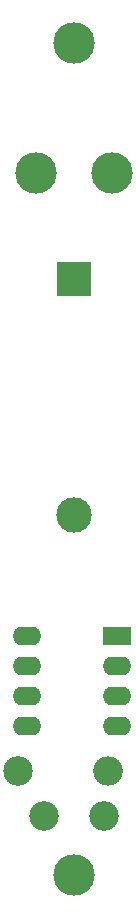
<source format=gbr>
G04 #@! TF.GenerationSoftware,KiCad,Pcbnew,no-vcs-found-7591~57~ubuntu14.04.1*
G04 #@! TF.CreationDate,2017-02-06T16:46:43+02:00*
G04 #@! TF.ProjectId,drawduino,647261776475696E6F2E6B696361645F,rev?*
G04 #@! TF.FileFunction,Copper,L2,Bot,Signal*
G04 #@! TF.FilePolarity,Positive*
%FSLAX46Y46*%
G04 Gerber Fmt 4.6, Leading zero omitted, Abs format (unit mm)*
G04 Created by KiCad (PCBNEW no-vcs-found-7591~57~ubuntu14.04.1) date Mon Feb  6 16:46:43 2017*
%MOMM*%
%LPD*%
G01*
G04 APERTURE LIST*
%ADD10C,0.100000*%
%ADD11R,3.000000X3.000000*%
%ADD12C,3.000000*%
%ADD13C,3.500000*%
%ADD14O,2.400000X1.600000*%
%ADD15R,2.400000X1.600000*%
%ADD16C,3.500120*%
%ADD17O,2.500000X2.500000*%
%ADD18C,2.500000*%
G04 APERTURE END LIST*
D10*
D11*
X142738112Y-76760000D03*
D12*
X142738112Y-96760000D03*
D13*
X139488112Y-67760000D03*
X145988112Y-67760000D03*
D14*
X138738112Y-107010000D03*
X146358112Y-114630000D03*
X138738112Y-109550000D03*
X146358112Y-112090000D03*
X138738112Y-112090000D03*
X146358112Y-109550000D03*
X138738112Y-114630000D03*
D15*
X146358112Y-107010000D03*
D16*
X142738112Y-127260000D03*
X142738112Y-56760000D03*
D17*
X145620000Y-118380354D03*
D18*
X138000000Y-118380354D03*
X145238112Y-122260000D03*
X140238112Y-122260000D03*
M02*

</source>
